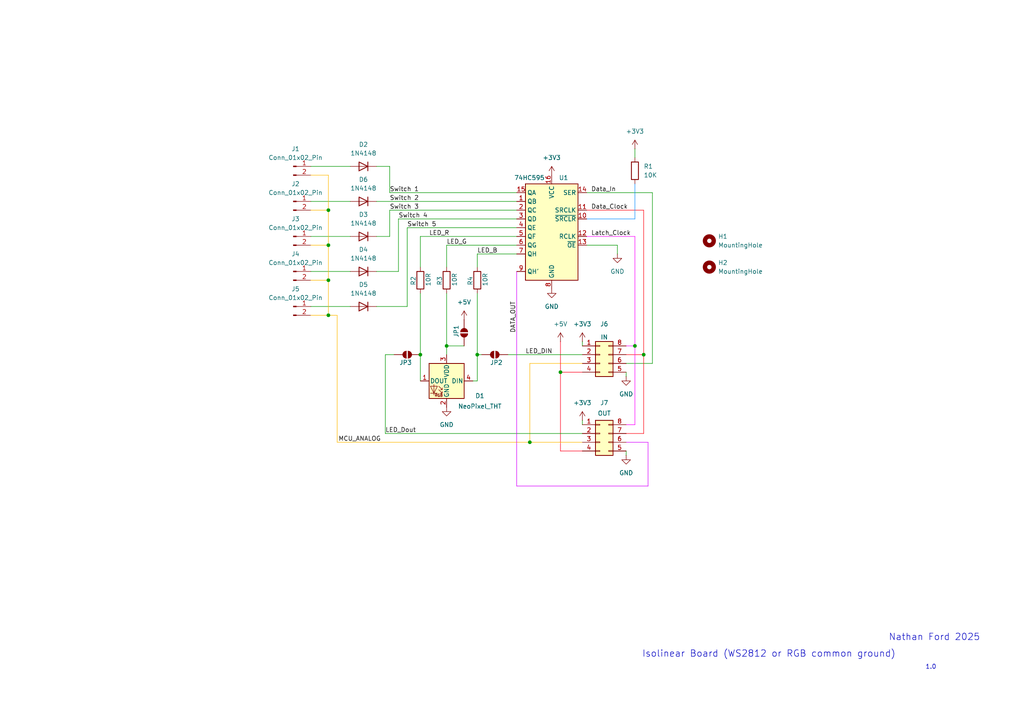
<source format=kicad_sch>
(kicad_sch (version 20231120) (generator "eeschema") (generator_version "8.0")
  (paper "A4")
  (lib_symbols
    (symbol "74xx:74HC595"
      (property "Reference" "U" (at -7.62 13.97 0))
      (property "Value" "74HC595" (at -7.62 -16.51 0))
      (symbol "74HC595_1_0"
        (pin tri_state line (at 10.16 7.62 180) (length 2.54) (name "QB") (number "1"))
        (pin input line (at -10.16 2.54 0) (length 2.54) (name "~{SRCLR}") (number "10"))
        (pin input line (at -10.16 5.08 0) (length 2.54) (name "SRCLK") (number "11"))
        (pin input line (at -10.16 -2.54 0) (length 2.54) (name "RCLK") (number "12"))
        (pin input line (at -10.16 -5.08 0) (length 2.54) (name "~{OE}") (number "13"))
        (pin input line (at -10.16 10.16 0) (length 2.54) (name "SER") (number "14"))
        (pin tri_state line (at 10.16 10.16 180) (length 2.54) (name "QA") (number "15"))
        (pin power_in line (at 0 15.24 270) (length 2.54) (name "VCC") (number "16"))
        (pin tri_state line (at 10.16 5.08 180) (length 2.54) (name "QC") (number "2"))
        (pin tri_state line (at 10.16 2.54 180) (length 2.54) (name "QD") (number "3"))
        (pin tri_state line (at 10.16 0 180) (length 2.54) (name "QE") (number "4"))
        (pin tri_state line (at 10.16 -2.54 180) (length 2.54) (name "QF") (number "5"))
        (pin tri_state line (at 10.16 -5.08 180) (length 2.54) (name "QG") (number "6"))
        (pin tri_state line (at 10.16 -7.62 180) (length 2.54) (name "QH") (number "7"))
        (pin power_in line (at 0 -17.78 90) (length 2.54) (name "GND") (number "8"))
        (pin output line (at 10.16 -12.7 180) (length 2.54) (name "QH'") (number "9"))
      )
      (symbol "74HC595_1_1"
        (rectangle (start -7.62 12.7) (end 7.62 -15.24) (stroke (width 0.254)) (fill (type background)))
      )
    )
    (symbol "Connector:Conn_01x02_Pin" (pin_names (offset 1.016) hide)
      (property "Reference" "J" (at 0 2.54 0))
      (property "Value" "Conn_01x02_Pin" (at 0 -5.08 0))
      (symbol "Conn_01x02_Pin_1_1"
        (polyline (pts (xy 1.27 -2.54) (xy 0.8636 -2.54)) (stroke (width 0.1524)))
        (polyline (pts (xy 1.27 0) (xy 0.8636 0)) (stroke (width 0.1524)))
        (rectangle (start 0.8636 -2.413) (end 0 -2.667) (stroke (width 0.1524)) (fill (type outline)))
        (rectangle (start 0.8636 0.127) (end 0 -0.127) (stroke (width 0.1524)) (fill (type outline)))
        (pin passive line (at 5.08 0 180) (length 3.81) (name "Pin_1") (number "1"))
        (pin passive line (at 5.08 -2.54 180) (length 3.81) (name "Pin_2") (number "2"))
      )
    )
    (symbol "Connector_Generic:Conn_02x04_Counter_Clockwise" (pin_names (offset 1.016) hide)
      (property "Reference" "J" (at 1.27 5.08 0))
      (property "Value" "Conn_02x04_Counter_Clockwise" (at 1.27 -7.62 0))
      (symbol "Conn_02x04_Counter_Clockwise_1_1"
        (rectangle (start -1.27 -4.953) (end 0 -5.207) (stroke (width 0.1524)))
        (rectangle (start -1.27 -2.413) (end 0 -2.667) (stroke (width 0.1524)))
        (rectangle (start -1.27 0.127) (end 0 -0.127) (stroke (width 0.1524)))
        (rectangle (start -1.27 2.667) (end 0 2.413) (stroke (width 0.1524)))
        (rectangle (start -1.27 3.81) (end 3.81 -6.35) (stroke (width 0.254)) (fill (type background)))
        (rectangle (start 3.81 -4.953) (end 2.54 -5.207) (stroke (width 0.1524)))
        (rectangle (start 3.81 -2.413) (end 2.54 -2.667) (stroke (width 0.1524)))
        (rectangle (start 3.81 0.127) (end 2.54 -0.127) (stroke (width 0.1524)))
        (rectangle (start 3.81 2.667) (end 2.54 2.413) (stroke (width 0.1524)))
        (pin passive line (at -5.08 2.54 0) (length 3.81) (name "Pin_1") (number "1"))
        (pin passive line (at -5.08 0 0) (length 3.81) (name "Pin_2") (number "2"))
        (pin passive line (at -5.08 -2.54 0) (length 3.81) (name "Pin_3") (number "3"))
        (pin passive line (at -5.08 -5.08 0) (length 3.81) (name "Pin_4") (number "4"))
        (pin passive line (at 7.62 -5.08 180) (length 3.81) (name "Pin_5") (number "5"))
        (pin passive line (at 7.62 -2.54 180) (length 3.81) (name "Pin_6") (number "6"))
        (pin passive line (at 7.62 0 180) (length 3.81) (name "Pin_7") (number "7"))
        (pin passive line (at 7.62 2.54 180) (length 3.81) (name "Pin_8") (number "8"))
      )
    )
    (symbol "Device:R" (pin_numbers hide) (pin_names (offset 0))
      (property "Reference" "R" (at 2.032 0 90))
      (property "Value" "R" (at 0 0 90))
      (symbol "R_0_1"
        (rectangle (start -1.016 -2.54) (end 1.016 2.54) (stroke (width 0.254)))
      )
      (symbol "R_1_1"
        (pin passive line (at 0 3.81 270) (length 1.27) (name "~") (number "1"))
        (pin passive line (at 0 -3.81 90) (length 1.27) (name "~") (number "2"))
      )
    )
    (symbol "Diode:1N4148" (pin_numbers hide) (pin_names hide)
      (property "Reference" "D" (at 0 2.54 0))
      (property "Value" "1N4148" (at 0 -2.54 0))
      (symbol "1N4148_0_1"
        (polyline (pts (xy -1.27 1.27) (xy -1.27 -1.27)) (stroke (width 0.254)))
        (polyline (pts (xy 1.27 0) (xy -1.27 0)))
        (polyline (pts (xy 1.27 1.27) (xy 1.27 -1.27) (xy -1.27 0) (xy 1.27 1.27)) (stroke (width 0.254)))
      )
      (symbol "1N4148_1_1"
        (pin passive line (at -3.81 0 0) (length 2.54) (name "K") (number "1"))
        (pin passive line (at 3.81 0 180) (length 2.54) (name "A") (number "2"))
      )
    )
    (symbol "Jumper:SolderJumper_2_Open" (pin_numbers hide) (pin_names (offset 0) hide) (exclude_from_sim yes) (in_bom no)
      (property "Reference" "JP" (at 0 2.032 0))
      (property "Value" "SolderJumper_2_Open" (at 0 -2.54 0))
      (symbol "SolderJumper_2_Open_0_1"
        (arc (start -0.254 1.016) (mid -1.2656 0) (end -0.254 -1.016))
        (arc (start -0.254 1.016) (mid -1.2656 0) (end -0.254 -1.016) (fill (type outline)))
        (polyline (pts (xy -0.254 1.016) (xy -0.254 -1.016)))
        (polyline (pts (xy 0.254 1.016) (xy 0.254 -1.016)))
        (arc (start 0.254 -1.016) (mid 1.2656 0) (end 0.254 1.016))
        (arc (start 0.254 -1.016) (mid 1.2656 0) (end 0.254 1.016) (fill (type outline)))
      )
      (symbol "SolderJumper_2_Open_1_1"
        (pin passive line (at -3.81 0 0) (length 2.54) (name "A") (number "1"))
        (pin passive line (at 3.81 0 180) (length 2.54) (name "B") (number "2"))
      )
    )
    (symbol "LED:NeoPixel_THT" (pin_names (offset 0.254))
      (property "Reference" "D" (at 5.08 5.715 0))
      (property "Value" "NeoPixel_THT" (at 1.27 -5.715 0))
      (symbol "NeoPixel_THT_0_0"
        (text "RGB" (at 2.286 -4.191 0) (effects (font (size 0.762 0.762))))
      )
      (symbol "NeoPixel_THT_0_1"
        (polyline (pts (xy 1.27 -3.556) (xy 1.778 -3.556)))
        (polyline (pts (xy 1.27 -2.54) (xy 1.778 -2.54)))
        (polyline (pts (xy 4.699 -3.556) (xy 2.667 -3.556)))
        (polyline (pts (xy 2.286 -2.54) (xy 1.27 -3.556) (xy 1.27 -3.048)))
        (polyline (pts (xy 2.286 -1.524) (xy 1.27 -2.54) (xy 1.27 -2.032)))
        (polyline (pts (xy 3.683 -1.016) (xy 3.683 -3.556) (xy 3.683 -4.064)))
        (polyline (pts (xy 4.699 -1.524) (xy 2.667 -1.524) (xy 3.683 -3.556) (xy 4.699 -1.524)))
        (rectangle (start 5.08 5.08) (end -5.08 -5.08) (stroke (width 0.254)) (fill (type background)))
      )
      (symbol "NeoPixel_THT_1_1"
        (pin output line (at 7.62 0 180) (length 2.54) (name "DOUT") (number "1"))
        (pin power_in line (at 0 -7.62 90) (length 2.54) (name "GND") (number "2"))
        (pin power_in line (at 0 7.62 270) (length 2.54) (name "VDD") (number "3"))
        (pin input line (at -7.62 0 0) (length 2.54) (name "DIN") (number "4"))
      )
    )
    (symbol "Mechanical:MountingHole" (pin_names (offset 1.016)) (exclude_from_sim yes) (in_bom no)
      (property "Reference" "H" (at 0 5.08 0))
      (property "Value" "MountingHole" (at 0 3.175 0))
      (symbol "MountingHole_0_1"
        (circle (center 0 0) (radius 1.27) (stroke (width 1.27)))
      )
    )
    (symbol "power:+3V3" (power) (pin_numbers hide) (pin_names (offset 0) hide)
      (property "Value" "+3V3" (at 0 3.556 0))
      (symbol "+3V3_0_1"
        (polyline (pts (xy -0.762 1.27) (xy 0 2.54)))
        (polyline (pts (xy 0 0) (xy 0 2.54)))
        (polyline (pts (xy 0 2.54) (xy 0.762 1.27)))
      )
      (symbol "+3V3_1_1"
        (pin power_in line (at 0 0 90) (length 0) (name "~") (number "1"))
      )
    )
    (symbol "power:+5V" (power) (pin_numbers hide) (pin_names (offset 0) hide)
      (property "Value" "+5V" (at 0 3.556 0))
      (symbol "+5V_0_1"
        (polyline (pts (xy -0.762 1.27) (xy 0 2.54)))
        (polyline (pts (xy 0 0) (xy 0 2.54)))
        (polyline (pts (xy 0 2.54) (xy 0.762 1.27)))
      )
      (symbol "+5V_1_1"
        (pin power_in line (at 0 0 90) (length 0) (name "~") (number "1"))
      )
    )
    (symbol "power:GND" (power) (pin_numbers hide) (pin_names (offset 0) hide)
      (property "Value" "GND" (at 0 -3.81 0))
      (symbol "GND_0_1"
        (polyline (pts (xy 0 0) (xy 0 -1.27) (xy 1.27 -1.27) (xy 0 -2.54) (xy -1.27 -1.27) (xy 0 -1.27)))
      )
      (symbol "GND_1_1"
        (pin power_in line (at 0 0 270) (length 0) (name "~") (number "1"))
      )
    )
  )
  (junction (at 95.25 81.28))
  (junction (at 184.15 100.33))
  (junction (at 162.56 107.95))
  (junction (at 129.54 100.33))
  (junction (at 95.25 91.44))
  (junction (at 121.92 102.87))
  (junction (at 95.25 60.96))
  (junction (at 138.43 102.87))
  (junction (at 186.69 102.87))
  (junction (at 95.25 71.12))
  (junction (at 153.67 128.27))
  (wire (pts (xy 168.91 99.06) (xy 168.91 100.33)))
  (wire (pts (xy 187.96 140.97) (xy 187.96 128.27)) (stroke (width 0) (color 213 0 255 1)))
  (wire (pts (xy 162.56 107.95) (xy 162.56 99.06)) (stroke (width 0) (color 255 0 28 1)))
  (wire (pts (xy 181.61 132.08) (xy 181.61 130.81)))
  (wire (pts (xy 149.86 140.97) (xy 187.96 140.97)) (stroke (width 0) (color 213 0 255 1)))
  (wire (pts (xy 97.79 91.44) (xy 95.25 91.44)) (stroke (width 0) (color 255 185 3 1)))
  (wire (pts (xy 184.15 53.34) (xy 184.15 63.5)) (stroke (width 0) (color 14 144 255 1)))
  (wire (pts (xy 138.43 73.66) (xy 149.86 73.66)))
  (wire (pts (xy 170.18 63.5) (xy 184.15 63.5)) (stroke (width 0) (color 14 144 255 1)))
  (wire (pts (xy 138.43 102.87) (xy 138.43 110.49)))
  (wire (pts (xy 109.22 48.26) (xy 113.03 48.26)))
  (wire (pts (xy 90.17 78.74) (xy 101.6 78.74)))
  (wire (pts (xy 95.25 81.28) (xy 90.17 81.28)) (stroke (width 0) (color 255 185 3 1)))
  (wire (pts (xy 121.92 68.58) (xy 149.86 68.58)))
  (wire (pts (xy 184.15 43.18) (xy 184.15 45.72)))
  (wire (pts (xy 118.11 66.04) (xy 149.86 66.04)))
  (wire (pts (xy 184.15 100.33) (xy 184.15 123.19)) (stroke (width 0) (color 251 0 255 1)))
  (wire (pts (xy 113.03 60.96) (xy 113.03 68.58)))
  (wire (pts (xy 95.25 81.28) (xy 95.25 91.44)) (stroke (width 0) (color 255 185 3 1)))
  (wire (pts (xy 162.56 107.95) (xy 162.56 130.81)) (stroke (width 0) (color 255 0 28 1)))
  (wire (pts (xy 149.86 140.97) (xy 149.86 78.74)) (stroke (width 0) (color 213 0 255 1)))
  (wire (pts (xy 121.92 102.87) (xy 121.92 110.49)))
  (wire (pts (xy 186.69 125.73) (xy 181.61 125.73)) (stroke (width 0) (color 255 8 21 1)))
  (wire (pts (xy 168.91 107.95) (xy 162.56 107.95)) (stroke (width 0) (color 255 0 28 1)))
  (wire (pts (xy 184.15 68.58) (xy 184.15 100.33)) (stroke (width 0) (color 251 0 255 1)))
  (wire (pts (xy 97.79 91.44) (xy 97.79 128.27)) (stroke (width 0) (color 255 185 3 1)))
  (wire (pts (xy 170.18 68.58) (xy 184.15 68.58)) (stroke (width 0) (color 251 0 255 1)))
  (wire (pts (xy 179.07 73.66) (xy 179.07 71.12)))
  (wire (pts (xy 114.3 102.87) (xy 111.76 102.87)))
  (wire (pts (xy 97.79 128.27) (xy 153.67 128.27)) (stroke (width 0) (color 255 185 3 1)))
  (wire (pts (xy 90.17 48.26) (xy 101.6 48.26)))
  (wire (pts (xy 170.18 55.88) (xy 189.23 55.88)))
  (wire (pts (xy 90.17 58.42) (xy 101.6 58.42)))
  (wire (pts (xy 95.25 71.12) (xy 95.25 81.28)) (stroke (width 0) (color 255 185 3 1)))
  (wire (pts (xy 115.57 63.5) (xy 115.57 78.74)))
  (wire (pts (xy 186.69 102.87) (xy 186.69 125.73)) (stroke (width 0) (color 255 8 21 1)))
  (wire (pts (xy 109.22 88.9) (xy 118.11 88.9)))
  (wire (pts (xy 149.86 60.96) (xy 113.03 60.96)))
  (wire (pts (xy 90.17 88.9) (xy 101.6 88.9)))
  (wire (pts (xy 138.43 102.87) (xy 139.7 102.87)))
  (wire (pts (xy 129.54 100.33) (xy 134.62 100.33)))
  (wire (pts (xy 113.03 55.88) (xy 149.86 55.88)))
  (wire (pts (xy 129.54 85.09) (xy 129.54 100.33)))
  (wire (pts (xy 113.03 55.88) (xy 113.03 48.26)))
  (wire (pts (xy 153.67 128.27) (xy 168.91 128.27)) (stroke (width 0) (color 255 185 3 1)))
  (wire (pts (xy 129.54 71.12) (xy 149.86 71.12)))
  (wire (pts (xy 90.17 50.8) (xy 95.25 50.8)) (stroke (width 0) (color 255 185 3 1)))
  (wire (pts (xy 189.23 55.88) (xy 189.23 105.41)))
  (wire (pts (xy 153.67 105.41) (xy 168.91 105.41)) (stroke (width 0) (color 255 185 3 1)))
  (wire (pts (xy 162.56 130.81) (xy 168.91 130.81)) (stroke (width 0) (color 255 0 28 1)))
  (wire (pts (xy 129.54 100.33) (xy 129.54 102.87)))
  (wire (pts (xy 118.11 88.9) (xy 118.11 66.04)))
  (wire (pts (xy 109.22 78.74) (xy 115.57 78.74)))
  (wire (pts (xy 168.91 121.92) (xy 168.91 123.19)))
  (wire (pts (xy 187.96 128.27) (xy 181.61 128.27)) (stroke (width 0) (color 213 0 255 1)))
  (wire (pts (xy 181.61 107.95) (xy 181.61 109.22)))
  (wire (pts (xy 111.76 125.73) (xy 168.91 125.73)))
  (wire (pts (xy 186.69 60.96) (xy 170.18 60.96)) (stroke (width 0) (color 255 8 21 1)))
  (wire (pts (xy 109.22 68.58) (xy 113.03 68.58)))
  (wire (pts (xy 138.43 73.66) (xy 138.43 77.47)))
  (wire (pts (xy 138.43 85.09) (xy 138.43 102.87)))
  (wire (pts (xy 95.25 60.96) (xy 90.17 60.96)) (stroke (width 0) (color 255 185 3 1)))
  (wire (pts (xy 121.92 77.47) (xy 121.92 68.58)))
  (wire (pts (xy 121.92 85.09) (xy 121.92 102.87)))
  (wire (pts (xy 129.54 71.12) (xy 129.54 77.47)))
  (wire (pts (xy 147.32 102.87) (xy 168.91 102.87)))
  (wire (pts (xy 90.17 68.58) (xy 101.6 68.58)))
  (wire (pts (xy 138.43 110.49) (xy 137.16 110.49)))
  (wire (pts (xy 186.69 102.87) (xy 186.69 60.96)) (stroke (width 0) (color 255 8 21 1)))
  (wire (pts (xy 115.57 63.5) (xy 149.86 63.5)))
  (wire (pts (xy 184.15 100.33) (xy 181.61 100.33)) (stroke (width 0) (color 251 0 255 1)))
  (wire (pts (xy 95.25 71.12) (xy 90.17 71.12)) (stroke (width 0) (color 255 185 3 1)))
  (wire (pts (xy 95.25 91.44) (xy 90.17 91.44)) (stroke (width 0) (color 255 185 3 1)))
  (wire (pts (xy 189.23 105.41) (xy 181.61 105.41)))
  (wire (pts (xy 184.15 123.19) (xy 181.61 123.19)) (stroke (width 0) (color 251 0 255 1)))
  (wire (pts (xy 95.25 60.96) (xy 95.25 71.12)) (stroke (width 0) (color 255 185 3 1)))
  (wire (pts (xy 181.61 102.87) (xy 186.69 102.87)) (stroke (width 0) (color 255 8 21 1)))
  (wire (pts (xy 95.25 50.8) (xy 95.25 60.96)) (stroke (width 0) (color 255 185 3 1)))
  (wire (pts (xy 111.76 102.87) (xy 111.76 125.73)))
  (wire (pts (xy 153.67 128.27) (xy 153.67 105.41)) (stroke (width 0) (color 255 185 3 1)))
  (wire (pts (xy 109.22 58.42) (xy 149.86 58.42)))
  (wire (pts (xy 170.18 71.12) (xy 179.07 71.12)))
  (text "Isolinear Board (WS2812 or RGB common ground)" (at 223.012 189.738 0) (effects (font (size 1.905 1.905))))
  (text "1.0" (at 270.002 193.548 0) (effects (font (size 1.27 1.27))))
  (text "Nathan Ford 2025" (at 271.018 184.912 0) (effects (font (size 1.905 1.905))))
  (label "Data_Clock" (at 171.45 60.96 0))
  (label "Switch 2" (at 113.03 58.42 0))
  (label "Switch 1" (at 113.03 55.88 0))
  (label "LED_R" (at 124.46 68.58 0))
  (label "Data_In" (at 171.45 55.88 0))
  (label "DATA_OUT" (at 149.86 96.52 90))
  (label "Switch 4" (at 115.57 63.5 0))
  (label "LED_Dout" (at 111.76 125.73 0))
  (label "Switch 5" (at 118.11 66.04 0))
  (label "LED_G" (at 129.54 71.12 0))
  (label "Switch 3" (at 113.03 60.96 0))
  (label "MCU_ANALOG" (at 110.49 128.27 180))
  (label "LED_B" (at 138.43 73.66 0))
  (label "LED_DIN" (at 152.4 102.87 0))
  (label "Latch_Clock" (at 171.45 68.58 0))
  (symbol (lib_id "power:GND") (at 179.07 73.66 0) (unit 1)
    (property "Reference" "#PWR04" (effects (hide yes)))
    (property "Value" "GND" (at 179.07 78.74 0))
    (property "Description" "Power symbol creates a global label with name \"GND\" , ground" (effects (hide yes)))
  )
  (symbol (lib_id "Connector_Generic:Conn_02x04_Counter_Clockwise") (at 173.99 125.73 0) (unit 1)
    (property "Reference" "J7" (at 175.26 116.84 0))
    (property "Value" "OUT" (at 175.26 119.888 0))
    (property "Footprint" "Connector_IDC:IDC-Header_2x04_P2.54mm_Vertical" (effects (hide yes)))
    (property "Description" "Generic connector, double row, 02x04, counter clockwise pin numbering scheme (similar to DIP package numbering), script generated (kicad-library-utils/schlib/autogen/connector/)" (effects (hide yes)))
  )
  (symbol (lib_id "Connector:Conn_01x02_Pin") (at 85.09 68.58 0) (unit 1)
    (property "Reference" "J3" (at 85.725 63.5 0))
    (property "Value" "Conn_01x02_Pin" (at 85.725 66.04 0))
    (property "Footprint" "Connectors_JST.pretty-master:JST_XH_B02B-XH-A_02x2.50mm_Straight" (effects (hide yes)))
    (property "Description" "Generic connector, single row, 01x02, script generated" (effects (hide yes)))
  )
  (symbol (lib_id "Diode:1N4148") (at 105.41 68.58 180) (unit 1)
    (property "Reference" "D3" (at 105.41 62.23 0))
    (property "Value" "1N4148" (at 105.41 64.77 0))
    (property "Footprint" "Diode_THT:D_DO-35_SOD27_P7.62mm_Horizontal" (effects (hide yes)))
    (property "Datasheet" "https://assets.nexperia.com/documents/data-sheet/1N4148_1N4448.pdf" (effects (hide yes)))
    (property "Description" "100V 0.15A standard switching diode, DO-35" (effects (hide yes)))
    (property "Sim.Device" "D" (effects (hide yes)))
    (property "Sim.Pins" "1=K 2=A" (effects (hide yes)))
  )
  (symbol (lib_id "Diode:1N4148") (at 105.41 48.26 180) (unit 1)
    (property "Reference" "D2" (at 105.41 41.91 0))
    (property "Value" "1N4148" (at 105.41 44.45 0))
    (property "Footprint" "Diode_THT:D_DO-35_SOD27_P7.62mm_Horizontal" (effects (hide yes)))
    (property "Datasheet" "https://assets.nexperia.com/documents/data-sheet/1N4148_1N4448.pdf" (effects (hide yes)))
    (property "Description" "100V 0.15A standard switching diode, DO-35" (effects (hide yes)))
    (property "Sim.Device" "D" (effects (hide yes)))
    (property "Sim.Pins" "1=K 2=A" (effects (hide yes)))
  )
  (symbol (lib_id "Jumper:SolderJumper_2_Open") (at 134.62 96.52 90) (unit 1) (exclude_from_sim yes) (in_bom no)
    (property "Reference" "JP1" (at 132.334 94.234 0) (effects (justify right)))
    (property "Value" "SolderJumper_2_Open" (effects (hide yes)))
    (property "Footprint" "Jumper:SolderJumper-2_P1.3mm_Open_TrianglePad1.0x1.5mm" (effects (hide yes)))
    (property "Description" "Solder Jumper, 2-pole, open" (effects (hide yes)))
  )
  (symbol (lib_id "power:+3V3") (at 184.15 43.18 0) (unit 1)
    (property "Reference" "#PWR05" (effects (hide yes)))
    (property "Value" "+3V3" (at 184.15 38.1 0))
    (property "Description" "Power symbol creates a global label with name \"+3V3\"" (effects (hide yes)))
  )
  (symbol (lib_id "power:+3V3") (at 168.91 99.06 0) (unit 1)
    (property "Reference" "#PWR07" (effects (hide yes)))
    (property "Value" "+3V3" (at 168.91 93.98 0))
    (property "Description" "Power symbol creates a global label with name \"+3V3\"" (effects (hide yes)))
  )
  (symbol (lib_id "Jumper:SolderJumper_2_Open") (at 143.51 102.87 0) (mirror x) (unit 1) (exclude_from_sim yes) (in_bom no)
    (property "Reference" "JP2" (at 145.796 105.156 0) (effects (justify right)))
    (property "Value" "SolderJumper_2_Open" (effects (hide yes)))
    (property "Footprint" "Jumper:SolderJumper-2_P1.3mm_Open_TrianglePad1.0x1.5mm" (effects (hide yes)))
    (property "Description" "Solder Jumper, 2-pole, open" (effects (hide yes)))
  )
  (symbol (lib_id "LED:NeoPixel_THT") (at 129.54 110.49 0) (mirror y) (unit 1)
    (property "Reference" "D1" (at 139.192 114.808 0))
    (property "Value" "NeoPixel_THT" (at 139.192 117.856 0))
    (property "Footprint" "LED_THT:LED_D5.0mm-4_RGB_Staggered_Pins" (effects (hide yes)))
    (property "Datasheet" "https://www.adafruit.com/product/1938" (effects (hide yes)))
    (property "Description" "RGB LED with integrated controller, 5mm/8mm LED package" (effects (hide yes)))
  )
  (symbol (lib_id "Mechanical:MountingHole") (at 205.74 77.47 0) (unit 1) (exclude_from_sim yes) (in_bom no)
    (property "Reference" "H2" (at 208.28 76.1999 0) (effects (justify left)))
    (property "Value" "MountingHole" (at 208.28 78.7399 0) (effects (justify left)))
    (property "Footprint" "MountingHole:MountingHole_2.1mm" (effects (hide yes)))
    (property "Description" "Mounting Hole without connection" (effects (hide yes)))
  )
  (symbol (lib_id "Device:R") (at 121.92 81.28 0) (unit 1)
    (property "Reference" "R2" (at 119.888 82.804 90) (effects (justify left)))
    (property "Value" "10R" (at 124.206 83.058 90) (effects (justify left)))
    (property "Footprint" "Resistor_THT:R_Axial_DIN0207_L6.3mm_D2.5mm_P7.62mm_Horizontal" (effects (hide yes)))
    (property "Description" "Resistor" (effects (hide yes)))
  )
  (symbol (lib_id "power:GND") (at 181.61 132.08 0) (unit 1)
    (property "Reference" "#PWR010" (effects (hide yes)))
    (property "Value" "GND" (at 181.61 137.16 0))
    (property "Description" "Power symbol creates a global label with name \"GND\" , ground" (effects (hide yes)))
  )
  (symbol (lib_id "Connector:Conn_01x02_Pin") (at 85.09 88.9 0) (unit 1)
    (property "Reference" "J5" (at 85.725 83.82 0))
    (property "Value" "Conn_01x02_Pin" (at 85.725 86.36 0))
    (property "Footprint" "Connectors_JST.pretty-master:JST_XH_B02B-XH-A_02x2.50mm_Straight" (effects (hide yes)))
    (property "Description" "Generic connector, single row, 01x02, script generated" (effects (hide yes)))
  )
  (symbol (lib_id "Diode:1N4148") (at 105.41 58.42 180) (unit 1)
    (property "Reference" "D6" (at 105.41 52.07 0))
    (property "Value" "1N4148" (at 105.41 54.61 0))
    (property "Footprint" "Diode_THT:D_DO-35_SOD27_P7.62mm_Horizontal" (effects (hide yes)))
    (property "Datasheet" "https://assets.nexperia.com/documents/data-sheet/1N4148_1N4448.pdf" (effects (hide yes)))
    (property "Description" "100V 0.15A standard switching diode, DO-35" (effects (hide yes)))
    (property "Sim.Device" "D" (effects (hide yes)))
    (property "Sim.Pins" "1=K 2=A" (effects (hide yes)))
  )
  (symbol (lib_id "Connector_Generic:Conn_02x04_Counter_Clockwise") (at 173.99 102.87 0) (unit 1)
    (property "Reference" "J6" (at 175.26 93.98 0))
    (property "Value" "IN" (at 175.26 97.79 0))
    (property "Footprint" "Connector_IDC:IDC-Header_2x04_P2.54mm_Vertical" (effects (hide yes)))
    (property "Description" "Generic connector, double row, 02x04, counter clockwise pin numbering scheme (similar to DIP package numbering), script generated (kicad-library-utils/schlib/autogen/connector/)" (effects (hide yes)))
  )
  (symbol (lib_id "Connector:Conn_01x02_Pin") (at 85.09 58.42 0) (unit 1)
    (property "Reference" "J2" (at 85.725 53.34 0))
    (property "Value" "Conn_01x02_Pin" (at 85.725 55.88 0))
    (property "Footprint" "Connectors_JST.pretty-master:JST_XH_B02B-XH-A_02x2.50mm_Straight" (effects (hide yes)))
    (property "Description" "Generic connector, single row, 01x02, script generated" (effects (hide yes)))
  )
  (symbol (lib_id "power:GND") (at 181.61 109.22 0) (unit 1)
    (property "Reference" "#PWR08" (effects (hide yes)))
    (property "Value" "GND" (at 181.61 114.3 0))
    (property "Description" "Power symbol creates a global label with name \"GND\" , ground" (effects (hide yes)))
  )
  (symbol (lib_id "power:GND") (at 160.02 83.82 0) (unit 1)
    (property "Reference" "#PWR02" (effects (hide yes)))
    (property "Value" "GND" (at 160.02 88.9 0))
    (property "Description" "Power symbol creates a global label with name \"GND\" , ground" (effects (hide yes)))
  )
  (symbol (lib_id "power:+3V3") (at 168.91 121.92 0) (unit 1)
    (property "Reference" "#PWR09" (effects (hide yes)))
    (property "Value" "+3V3" (at 168.91 116.84 0))
    (property "Description" "Power symbol creates a global label with name \"+3V3\"" (effects (hide yes)))
  )
  (symbol (lib_id "Device:R") (at 129.54 81.28 0) (unit 1)
    (property "Reference" "R3" (at 127.508 82.804 90) (effects (justify left)))
    (property "Value" "10R" (at 131.826 83.058 90) (effects (justify left)))
    (property "Footprint" "Resistor_THT:R_Axial_DIN0207_L6.3mm_D2.5mm_P7.62mm_Horizontal" (effects (hide yes)))
    (property "Description" "Resistor" (effects (hide yes)))
  )
  (symbol (lib_id "power:+5V") (at 162.56 99.06 0) (unit 1)
    (property "Reference" "#PWR011" (effects (hide yes)))
    (property "Value" "+5V" (at 162.56 93.98 0))
    (property "Description" "Power symbol creates a global label with name \"+5V\"" (effects (hide yes)))
  )
  (symbol (lib_id "Diode:1N4148") (at 105.41 78.74 180) (unit 1)
    (property "Reference" "D4" (at 105.41 72.39 0))
    (property "Value" "1N4148" (at 105.41 74.93 0))
    (property "Footprint" "Diode_THT:D_DO-35_SOD27_P7.62mm_Horizontal" (effects (hide yes)))
    (property "Datasheet" "https://assets.nexperia.com/documents/data-sheet/1N4148_1N4448.pdf" (effects (hide yes)))
    (property "Description" "100V 0.15A standard switching diode, DO-35" (effects (hide yes)))
    (property "Sim.Device" "D" (effects (hide yes)))
    (property "Sim.Pins" "1=K 2=A" (effects (hide yes)))
  )
  (symbol (lib_id "power:+3V3") (at 160.02 50.8 0) (unit 1)
    (property "Reference" "#PWR03" (effects (hide yes)))
    (property "Value" "+3V3" (at 160.02 45.72 0))
    (property "Description" "Power symbol creates a global label with name \"+3V3\"" (effects (hide yes)))
  )
  (symbol (lib_id "Device:R") (at 138.43 81.28 0) (unit 1)
    (property "Reference" "R4" (at 136.398 82.804 90) (effects (justify left)))
    (property "Value" "10R" (at 140.716 83.058 90) (effects (justify left)))
    (property "Footprint" "Resistor_THT:R_Axial_DIN0207_L6.3mm_D2.5mm_P7.62mm_Horizontal" (effects (hide yes)))
    (property "Description" "Resistor" (effects (hide yes)))
  )
  (symbol (lib_id "74xx:74HC595") (at 160.02 66.04 0) (mirror y) (unit 1)
    (property "Reference" "U1" (at 164.846 51.562 0) (effects (justify left)))
    (property "Value" "74HC595" (at 157.988 51.562 0) (effects (justify left)))
    (property "Footprint" "Package_DIP:DIP-16_W7.62mm_LongPads" (effects (hide yes)))
    (property "Datasheet" "http://www.ti.com/lit/ds/symlink/sn74hc595.pdf" (effects (hide yes)))
    (property "Description" "8-bit serial in/out Shift Register 3-State Outputs" (effects (hide yes)))
  )
  (symbol (lib_id "power:GND") (at 129.54 118.11 0) (unit 1)
    (property "Reference" "#PWR01" (effects (hide yes)))
    (property "Value" "GND" (at 129.54 123.19 0))
    (property "Description" "Power symbol creates a global label with name \"GND\" , ground" (effects (hide yes)))
  )
  (symbol (lib_id "Diode:1N4148") (at 105.41 88.9 180) (unit 1)
    (property "Reference" "D5" (at 105.41 82.55 0))
    (property "Value" "1N4148" (at 105.41 85.09 0))
    (property "Footprint" "Diode_THT:D_DO-35_SOD27_P7.62mm_Horizontal" (effects (hide yes)))
    (property "Datasheet" "https://assets.nexperia.com/documents/data-sheet/1N4148_1N4448.pdf" (effects (hide yes)))
    (property "Description" "100V 0.15A standard switching diode, DO-35" (effects (hide yes)))
    (property "Sim.Device" "D" (effects (hide yes)))
    (property "Sim.Pins" "1=K 2=A" (effects (hide yes)))
  )
  (symbol (lib_id "Connector:Conn_01x02_Pin") (at 85.09 48.26 0) (unit 1)
    (property "Reference" "J1" (at 85.725 43.18 0))
    (property "Value" "Conn_01x02_Pin" (at 85.725 45.72 0))
    (property "Footprint" "Connectors_JST.pretty-master:JST_XH_B02B-XH-A_02x2.50mm_Straight" (effects (hide yes)))
    (property "Description" "Generic connector, single row, 01x02, script generated" (effects (hide yes)))
  )
  (symbol (lib_id "Jumper:SolderJumper_2_Open") (at 118.11 102.87 180) (unit 1) (exclude_from_sim yes) (in_bom no)
    (property "Reference" "JP3" (at 115.824 105.156 0) (effects (justify right)))
    (property "Value" "SolderJumper_2_Open" (effects (hide yes)))
    (property "Footprint" "Jumper:SolderJumper-2_P1.3mm_Open_TrianglePad1.0x1.5mm" (effects (hide yes)))
    (property "Description" "Solder Jumper, 2-pole, open" (effects (hide yes)))
  )
  (symbol (lib_id "Mechanical:MountingHole") (at 205.74 69.85 0) (unit 1) (exclude_from_sim yes) (in_bom no)
    (property "Reference" "H1" (at 208.28 68.5799 0) (effects (justify left)))
    (property "Value" "MountingHole" (at 208.28 71.1199 0) (effects (justify left)))
    (property "Footprint" "MountingHole:MountingHole_3.2mm_M3" (effects (hide yes)))
    (property "Description" "Mounting Hole without connection" (effects (hide yes)))
  )
  (symbol (lib_id "power:+5V") (at 134.62 92.71 0) (unit 1)
    (property "Reference" "#PWR06" (effects (hide yes)))
    (property "Value" "+5V" (at 134.62 87.63 0))
    (property "Description" "Power symbol creates a global label with name \"+5V\"" (effects (hide yes)))
  )
  (symbol (lib_id "Device:R") (at 184.15 49.53 0) (unit 1)
    (property "Reference" "R1" (at 186.69 48.2599 0) (effects (justify left)))
    (property "Value" "10K" (at 186.69 50.7999 0) (effects (justify left)))
    (property "Footprint" "Resistor_THT:R_Axial_DIN0207_L6.3mm_D2.5mm_P7.62mm_Horizontal" (effects (hide yes)))
    (property "Description" "Resistor" (effects (hide yes)))
  )
  (symbol (lib_id "Connector:Conn_01x02_Pin") (at 85.09 78.74 0) (unit 1)
    (property "Reference" "J4" (at 85.725 73.66 0))
    (property "Value" "Conn_01x02_Pin" (at 85.725 76.2 0))
    (property "Footprint" "Connectors_JST.pretty-master:JST_XH_B02B-XH-A_02x2.50mm_Straight" (effects (hide yes)))
    (property "Description" "Generic connector, single row, 01x02, script generated" (effects (hide yes)))
  )
)
</source>
